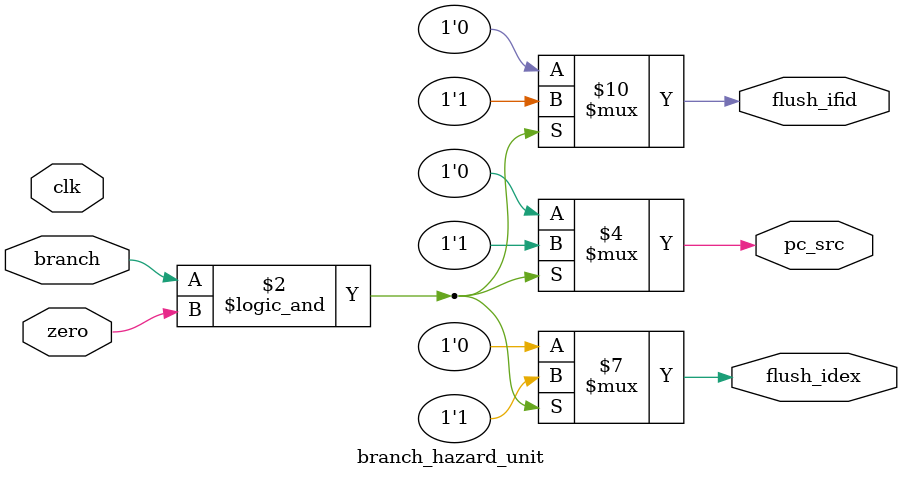
<source format=v>

module branch_hazard_unit (
    input wire branch,           // Branch signal from EX/MEM stage
    input wire zero,             // Zero flag from ALU in EX/MEM stage
    input wire clk,              // Clock signal
    output reg flush_ifid,       // Signal to flush IF/ID pipeline register
    output reg flush_idex,       // Signal to flush ID/EX pipeline register
    output reg pc_src            // Signal to select PC source (0 for PC+4, 1 for branch target)
);

    // Branch decision logic
    always @(*) begin
        // If branch instruction and condition is met (zero flag is set)
        if (branch && zero) begin
            flush_ifid = 1'b1;   // Flush the pipeline
            flush_idex = 1'b1;   // Flush ID/EX stage as well
            pc_src = 1'b1;       // Select branch target
        end else begin
            flush_ifid = 1'b0;   // No flush
            flush_idex = 1'b0;   // No flush for ID/EX
            pc_src = 1'b0;       // Continue with sequential execution
        end
    end

endmodule
</source>
